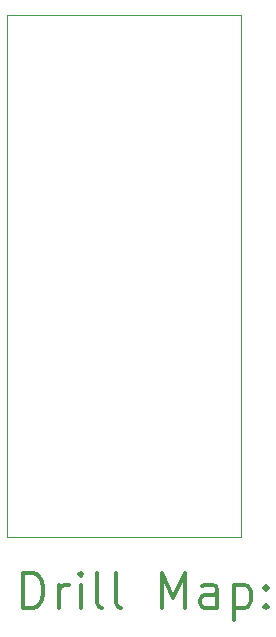
<source format=gbr>
%FSLAX45Y45*%
G04 Gerber Fmt 4.5, Leading zero omitted, Abs format (unit mm)*
G04 Created by KiCad (PCBNEW (5.1.5)-3) date 2020-05-12 21:47:37*
%MOMM*%
%LPD*%
G04 APERTURE LIST*
%TA.AperFunction,Profile*%
%ADD10C,0.050000*%
%TD*%
%ADD11C,0.200000*%
%ADD12C,0.300000*%
G04 APERTURE END LIST*
D10*
X13614400Y-12560300D02*
X13614400Y-8140700D01*
X15595600Y-12560300D02*
X13614400Y-12560300D01*
X15595600Y-8140700D02*
X15595600Y-12560300D01*
X13614400Y-8140700D02*
X15595600Y-8140700D01*
D11*
D12*
X13752428Y-13161714D02*
X13752428Y-12861714D01*
X13823857Y-12861714D01*
X13866714Y-12876000D01*
X13895286Y-12904571D01*
X13909571Y-12933143D01*
X13923857Y-12990286D01*
X13923857Y-13033143D01*
X13909571Y-13090286D01*
X13895286Y-13118857D01*
X13866714Y-13147428D01*
X13823857Y-13161714D01*
X13752428Y-13161714D01*
X14052428Y-13161714D02*
X14052428Y-12961714D01*
X14052428Y-13018857D02*
X14066714Y-12990286D01*
X14081000Y-12976000D01*
X14109571Y-12961714D01*
X14138143Y-12961714D01*
X14238143Y-13161714D02*
X14238143Y-12961714D01*
X14238143Y-12861714D02*
X14223857Y-12876000D01*
X14238143Y-12890286D01*
X14252428Y-12876000D01*
X14238143Y-12861714D01*
X14238143Y-12890286D01*
X14423857Y-13161714D02*
X14395286Y-13147428D01*
X14381000Y-13118857D01*
X14381000Y-12861714D01*
X14581000Y-13161714D02*
X14552428Y-13147428D01*
X14538143Y-13118857D01*
X14538143Y-12861714D01*
X14923857Y-13161714D02*
X14923857Y-12861714D01*
X15023857Y-13076000D01*
X15123857Y-12861714D01*
X15123857Y-13161714D01*
X15395286Y-13161714D02*
X15395286Y-13004571D01*
X15381000Y-12976000D01*
X15352428Y-12961714D01*
X15295286Y-12961714D01*
X15266714Y-12976000D01*
X15395286Y-13147428D02*
X15366714Y-13161714D01*
X15295286Y-13161714D01*
X15266714Y-13147428D01*
X15252428Y-13118857D01*
X15252428Y-13090286D01*
X15266714Y-13061714D01*
X15295286Y-13047428D01*
X15366714Y-13047428D01*
X15395286Y-13033143D01*
X15538143Y-12961714D02*
X15538143Y-13261714D01*
X15538143Y-12976000D02*
X15566714Y-12961714D01*
X15623857Y-12961714D01*
X15652428Y-12976000D01*
X15666714Y-12990286D01*
X15681000Y-13018857D01*
X15681000Y-13104571D01*
X15666714Y-13133143D01*
X15652428Y-13147428D01*
X15623857Y-13161714D01*
X15566714Y-13161714D01*
X15538143Y-13147428D01*
X15809571Y-13133143D02*
X15823857Y-13147428D01*
X15809571Y-13161714D01*
X15795286Y-13147428D01*
X15809571Y-13133143D01*
X15809571Y-13161714D01*
X15809571Y-12976000D02*
X15823857Y-12990286D01*
X15809571Y-13004571D01*
X15795286Y-12990286D01*
X15809571Y-12976000D01*
X15809571Y-13004571D01*
M02*

</source>
